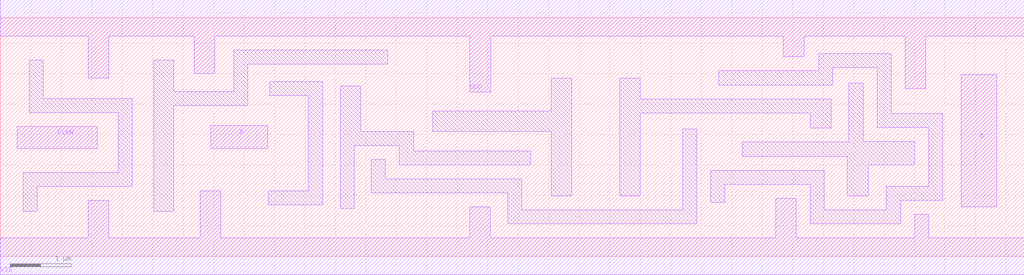
<source format=lef>
# Copyright 2022 GlobalFoundries PDK Authors
#
# Licensed under the Apache License, Version 2.0 (the "License");
# you may not use this file except in compliance with the License.
# You may obtain a copy of the License at
#
#      http://www.apache.org/licenses/LICENSE-2.0
#
# Unless required by applicable law or agreed to in writing, software
# distributed under the License is distributed on an "AS IS" BASIS,
# WITHOUT WARRANTIES OR CONDITIONS OF ANY KIND, either express or implied.
# See the License for the specific language governing permissions and
# limitations under the License.

MACRO gf180mcu_fd_sc_mcu7t5v0__dffnq_1
  CLASS core ;
  FOREIGN gf180mcu_fd_sc_mcu7t5v0__dffnq_1 0.0 0.0 ;
  ORIGIN 0 0 ;
  SYMMETRY X Y ;
  SITE GF018hv5v_mcu_sc7 ;
  SIZE 16.8 BY 3.92 ;
  PIN D
    DIRECTION INPUT ;
    ANTENNAGATEAREA 0.4635 ;
    PORT
      LAYER Metal1 ;
        POLYGON 3.45 1.77 4.39 1.77 4.39 2.15 3.45 2.15  ;
    END
  END D
  PIN CLKN
    DIRECTION INPUT ;
    USE clock ;
    ANTENNAGATEAREA 0.7115 ;
    PORT
      LAYER Metal1 ;
        POLYGON 0.28 1.77 1.59 1.77 1.59 2.13 0.28 2.13  ;
    END
  END CLKN
  PIN Q
    DIRECTION OUTPUT ;
    ANTENNADIFFAREA 0.858 ;
    PORT
      LAYER Metal1 ;
        POLYGON 15.77 0.81 16.35 0.81 16.35 2.985 15.77 2.985  ;
    END
  END Q
  PIN VDD
    DIRECTION INOUT ;
    USE power ;
    SHAPE ABUTMENT ;
    PORT
      LAYER Metal1 ;
        POLYGON 0 3.62 1.44 3.62 1.44 2.93 1.78 2.93 1.78 3.62 2.165 3.62 3.18 3.62 3.18 3.005 3.52 3.005 3.52 3.62 6.355 3.62 7.705 3.62 7.705 2.7 8.045 2.7 8.045 3.62 9.38 3.62 12.85 3.62 12.85 3.28 13.19 3.28 13.19 3.62 14.845 3.62 14.845 2.755 15.185 2.755 15.185 3.62 15.46 3.62 16.8 3.62 16.8 4.22 15.46 4.22 9.38 4.22 6.355 4.22 2.165 4.22 0 4.22  ;
    END
  END VDD
  PIN VSS
    DIRECTION INOUT ;
    USE ground ;
    SHAPE ABUTMENT ;
    PORT
      LAYER Metal1 ;
        POLYGON 0 -0.3 16.8 -0.3 16.8 0.3 15.23 0.3 15.23 0.69 15 0.69 15 0.3 13.06 0.3 13.06 0.95 12.72 0.95 12.72 0.3 8.04 0.3 8.04 0.81 7.7 0.81 7.7 0.3 3.62 0.3 3.62 1.075 3.28 1.075 3.28 0.3 1.78 0.3 1.78 0.915 1.44 0.915 1.44 0.3 0 0.3  ;
    END
  END VSS
  OBS
      LAYER Metal1 ;
        POLYGON 0.475 2.36 1.935 2.36 1.935 1.375 0.375 1.375 0.375 0.735 0.605 0.735 0.605 1.145 2.165 1.145 2.165 2.59 0.705 2.59 0.705 3.225 0.475 3.225  ;
        POLYGON 4.42 2.645 5.055 2.645 5.055 1.075 4.4 1.075 4.4 0.845 5.29 0.845 5.29 2.875 4.42 2.875  ;
        POLYGON 2.515 0.735 2.845 0.735 2.845 2.48 4.06 2.48 4.06 3.16 6.355 3.16 6.355 3.39 3.83 3.39 3.83 2.71 2.845 2.71 2.845 3.225 2.515 3.225  ;
        POLYGON 5.575 0.79 5.805 0.79 5.805 1.82 6.55 1.82 6.55 1.5 8.7 1.5 8.7 1.73 6.78 1.73 6.78 2.05 5.915 2.05 5.915 2.795 5.575 2.795  ;
        POLYGON 7.095 2.05 9.04 2.05 9.04 0.99 9.38 0.99 9.38 2.93 9.04 2.93 9.04 2.39 7.095 2.39  ;
        POLYGON 6.09 1.04 8.33 1.04 8.33 0.53 11.425 0.53 11.425 2.095 11.195 2.095 11.195 0.76 8.56 0.76 8.56 1.27 6.32 1.27 6.32 1.59 6.09 1.59  ;
        POLYGON 10.16 0.99 10.5 0.99 10.5 2.355 13.29 2.355 13.29 2.105 13.63 2.105 13.63 2.585 10.5 2.585 10.5 2.93 10.16 2.93  ;
        POLYGON 12.175 1.64 13.9 1.64 13.9 0.99 14.24 0.99 14.24 1.5 15 1.5 15 1.885 14.155 1.885 14.155 2.85 13.925 2.85 13.925 1.875 12.175 1.875  ;
        POLYGON 11.79 2.815 13.66 2.815 13.66 3.1 14.385 3.1 14.385 2.115 15.23 2.115 15.23 1.15 14.54 1.15 14.54 0.76 13.52 0.76 13.52 1.41 11.655 1.41 11.655 0.89 11.885 0.89 11.885 1.18 13.29 1.18 13.29 0.53 14.77 0.53 14.77 0.92 15.46 0.92 15.46 2.345 14.615 2.345 14.615 3.33 13.43 3.33 13.43 3.05 11.79 3.05  ;
  END
END gf180mcu_fd_sc_mcu7t5v0__dffnq_1

</source>
